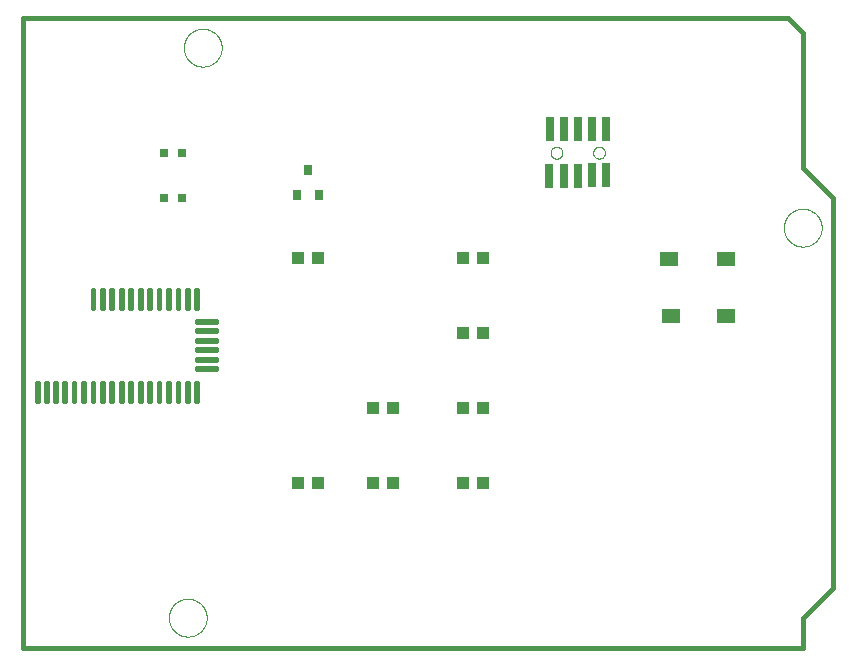
<source format=gtp>
G75*
%MOIN*%
%OFA0B0*%
%FSLAX25Y25*%
%IPPOS*%
%LPD*%
%AMOC8*
5,1,8,0,0,1.08239X$1,22.5*
%
%ADD10C,0.01600*%
%ADD11R,0.03150X0.03543*%
%ADD12R,0.04331X0.03937*%
%ADD13R,0.03150X0.03150*%
%ADD14R,0.02500X0.08000*%
%ADD15C,0.00000*%
%ADD16R,0.06102X0.04724*%
%ADD17C,0.01378*%
D10*
X0027000Y0005737D02*
X0027000Y0215737D01*
X0282000Y0215737D01*
X0287000Y0210737D01*
X0287000Y0165737D01*
X0297000Y0155737D01*
X0297000Y0025737D01*
X0287000Y0015737D01*
X0287000Y0005737D01*
X0027000Y0005737D01*
D11*
X0118260Y0156800D03*
X0125740Y0156800D03*
X0122000Y0165068D03*
D12*
X0118654Y0135737D03*
X0125346Y0135737D03*
X0173654Y0135737D03*
X0180346Y0135737D03*
X0180346Y0110737D03*
X0173654Y0110737D03*
X0173654Y0085737D03*
X0180346Y0085737D03*
X0150346Y0085737D03*
X0143654Y0085737D03*
X0143654Y0060737D03*
X0150346Y0060737D03*
X0173654Y0060737D03*
X0180346Y0060737D03*
X0125346Y0060737D03*
X0118654Y0060737D03*
D13*
X0079953Y0155737D03*
X0074047Y0155737D03*
X0074047Y0170737D03*
X0079953Y0170737D03*
D14*
X0202551Y0163060D03*
X0207276Y0163060D03*
X0212000Y0163060D03*
X0216724Y0163257D03*
X0221449Y0163257D03*
X0221449Y0178611D03*
X0216724Y0178611D03*
X0212000Y0178611D03*
X0207276Y0178611D03*
X0202748Y0178611D03*
D15*
X0027000Y0215737D02*
X0027000Y0005737D01*
X0287000Y0005737D01*
X0287000Y0015737D01*
X0297000Y0025737D01*
X0297000Y0154737D01*
X0287000Y0164737D01*
X0287000Y0209737D01*
X0281000Y0215737D01*
X0027000Y0215737D01*
X0080701Y0205737D02*
X0080703Y0205895D01*
X0080709Y0206053D01*
X0080719Y0206211D01*
X0080733Y0206369D01*
X0080751Y0206526D01*
X0080772Y0206683D01*
X0080798Y0206839D01*
X0080828Y0206995D01*
X0080861Y0207150D01*
X0080899Y0207303D01*
X0080940Y0207456D01*
X0080985Y0207608D01*
X0081034Y0207759D01*
X0081087Y0207908D01*
X0081143Y0208056D01*
X0081203Y0208202D01*
X0081267Y0208347D01*
X0081335Y0208490D01*
X0081406Y0208632D01*
X0081480Y0208772D01*
X0081558Y0208909D01*
X0081640Y0209045D01*
X0081724Y0209179D01*
X0081813Y0209310D01*
X0081904Y0209439D01*
X0081999Y0209566D01*
X0082096Y0209691D01*
X0082197Y0209813D01*
X0082301Y0209932D01*
X0082408Y0210049D01*
X0082518Y0210163D01*
X0082631Y0210274D01*
X0082746Y0210383D01*
X0082864Y0210488D01*
X0082985Y0210590D01*
X0083108Y0210690D01*
X0083234Y0210786D01*
X0083362Y0210879D01*
X0083492Y0210969D01*
X0083625Y0211055D01*
X0083760Y0211139D01*
X0083896Y0211218D01*
X0084035Y0211295D01*
X0084176Y0211367D01*
X0084318Y0211437D01*
X0084462Y0211502D01*
X0084608Y0211564D01*
X0084755Y0211622D01*
X0084904Y0211677D01*
X0085054Y0211728D01*
X0085205Y0211775D01*
X0085357Y0211818D01*
X0085510Y0211857D01*
X0085665Y0211893D01*
X0085820Y0211924D01*
X0085976Y0211952D01*
X0086132Y0211976D01*
X0086289Y0211996D01*
X0086447Y0212012D01*
X0086604Y0212024D01*
X0086763Y0212032D01*
X0086921Y0212036D01*
X0087079Y0212036D01*
X0087237Y0212032D01*
X0087396Y0212024D01*
X0087553Y0212012D01*
X0087711Y0211996D01*
X0087868Y0211976D01*
X0088024Y0211952D01*
X0088180Y0211924D01*
X0088335Y0211893D01*
X0088490Y0211857D01*
X0088643Y0211818D01*
X0088795Y0211775D01*
X0088946Y0211728D01*
X0089096Y0211677D01*
X0089245Y0211622D01*
X0089392Y0211564D01*
X0089538Y0211502D01*
X0089682Y0211437D01*
X0089824Y0211367D01*
X0089965Y0211295D01*
X0090104Y0211218D01*
X0090240Y0211139D01*
X0090375Y0211055D01*
X0090508Y0210969D01*
X0090638Y0210879D01*
X0090766Y0210786D01*
X0090892Y0210690D01*
X0091015Y0210590D01*
X0091136Y0210488D01*
X0091254Y0210383D01*
X0091369Y0210274D01*
X0091482Y0210163D01*
X0091592Y0210049D01*
X0091699Y0209932D01*
X0091803Y0209813D01*
X0091904Y0209691D01*
X0092001Y0209566D01*
X0092096Y0209439D01*
X0092187Y0209310D01*
X0092276Y0209179D01*
X0092360Y0209045D01*
X0092442Y0208909D01*
X0092520Y0208772D01*
X0092594Y0208632D01*
X0092665Y0208490D01*
X0092733Y0208347D01*
X0092797Y0208202D01*
X0092857Y0208056D01*
X0092913Y0207908D01*
X0092966Y0207759D01*
X0093015Y0207608D01*
X0093060Y0207456D01*
X0093101Y0207303D01*
X0093139Y0207150D01*
X0093172Y0206995D01*
X0093202Y0206839D01*
X0093228Y0206683D01*
X0093249Y0206526D01*
X0093267Y0206369D01*
X0093281Y0206211D01*
X0093291Y0206053D01*
X0093297Y0205895D01*
X0093299Y0205737D01*
X0093297Y0205579D01*
X0093291Y0205421D01*
X0093281Y0205263D01*
X0093267Y0205105D01*
X0093249Y0204948D01*
X0093228Y0204791D01*
X0093202Y0204635D01*
X0093172Y0204479D01*
X0093139Y0204324D01*
X0093101Y0204171D01*
X0093060Y0204018D01*
X0093015Y0203866D01*
X0092966Y0203715D01*
X0092913Y0203566D01*
X0092857Y0203418D01*
X0092797Y0203272D01*
X0092733Y0203127D01*
X0092665Y0202984D01*
X0092594Y0202842D01*
X0092520Y0202702D01*
X0092442Y0202565D01*
X0092360Y0202429D01*
X0092276Y0202295D01*
X0092187Y0202164D01*
X0092096Y0202035D01*
X0092001Y0201908D01*
X0091904Y0201783D01*
X0091803Y0201661D01*
X0091699Y0201542D01*
X0091592Y0201425D01*
X0091482Y0201311D01*
X0091369Y0201200D01*
X0091254Y0201091D01*
X0091136Y0200986D01*
X0091015Y0200884D01*
X0090892Y0200784D01*
X0090766Y0200688D01*
X0090638Y0200595D01*
X0090508Y0200505D01*
X0090375Y0200419D01*
X0090240Y0200335D01*
X0090104Y0200256D01*
X0089965Y0200179D01*
X0089824Y0200107D01*
X0089682Y0200037D01*
X0089538Y0199972D01*
X0089392Y0199910D01*
X0089245Y0199852D01*
X0089096Y0199797D01*
X0088946Y0199746D01*
X0088795Y0199699D01*
X0088643Y0199656D01*
X0088490Y0199617D01*
X0088335Y0199581D01*
X0088180Y0199550D01*
X0088024Y0199522D01*
X0087868Y0199498D01*
X0087711Y0199478D01*
X0087553Y0199462D01*
X0087396Y0199450D01*
X0087237Y0199442D01*
X0087079Y0199438D01*
X0086921Y0199438D01*
X0086763Y0199442D01*
X0086604Y0199450D01*
X0086447Y0199462D01*
X0086289Y0199478D01*
X0086132Y0199498D01*
X0085976Y0199522D01*
X0085820Y0199550D01*
X0085665Y0199581D01*
X0085510Y0199617D01*
X0085357Y0199656D01*
X0085205Y0199699D01*
X0085054Y0199746D01*
X0084904Y0199797D01*
X0084755Y0199852D01*
X0084608Y0199910D01*
X0084462Y0199972D01*
X0084318Y0200037D01*
X0084176Y0200107D01*
X0084035Y0200179D01*
X0083896Y0200256D01*
X0083760Y0200335D01*
X0083625Y0200419D01*
X0083492Y0200505D01*
X0083362Y0200595D01*
X0083234Y0200688D01*
X0083108Y0200784D01*
X0082985Y0200884D01*
X0082864Y0200986D01*
X0082746Y0201091D01*
X0082631Y0201200D01*
X0082518Y0201311D01*
X0082408Y0201425D01*
X0082301Y0201542D01*
X0082197Y0201661D01*
X0082096Y0201783D01*
X0081999Y0201908D01*
X0081904Y0202035D01*
X0081813Y0202164D01*
X0081724Y0202295D01*
X0081640Y0202429D01*
X0081558Y0202565D01*
X0081480Y0202702D01*
X0081406Y0202842D01*
X0081335Y0202984D01*
X0081267Y0203127D01*
X0081203Y0203272D01*
X0081143Y0203418D01*
X0081087Y0203566D01*
X0081034Y0203715D01*
X0080985Y0203866D01*
X0080940Y0204018D01*
X0080899Y0204171D01*
X0080861Y0204324D01*
X0080828Y0204479D01*
X0080798Y0204635D01*
X0080772Y0204791D01*
X0080751Y0204948D01*
X0080733Y0205105D01*
X0080719Y0205263D01*
X0080709Y0205421D01*
X0080703Y0205579D01*
X0080701Y0205737D01*
X0202944Y0170737D02*
X0202946Y0170825D01*
X0202952Y0170913D01*
X0202962Y0171001D01*
X0202976Y0171089D01*
X0202993Y0171175D01*
X0203015Y0171261D01*
X0203040Y0171345D01*
X0203070Y0171429D01*
X0203102Y0171511D01*
X0203139Y0171591D01*
X0203179Y0171670D01*
X0203223Y0171747D01*
X0203270Y0171822D01*
X0203320Y0171894D01*
X0203374Y0171965D01*
X0203430Y0172032D01*
X0203490Y0172098D01*
X0203552Y0172160D01*
X0203618Y0172220D01*
X0203685Y0172276D01*
X0203756Y0172330D01*
X0203828Y0172380D01*
X0203903Y0172427D01*
X0203980Y0172471D01*
X0204059Y0172511D01*
X0204139Y0172548D01*
X0204221Y0172580D01*
X0204305Y0172610D01*
X0204389Y0172635D01*
X0204475Y0172657D01*
X0204561Y0172674D01*
X0204649Y0172688D01*
X0204737Y0172698D01*
X0204825Y0172704D01*
X0204913Y0172706D01*
X0205001Y0172704D01*
X0205089Y0172698D01*
X0205177Y0172688D01*
X0205265Y0172674D01*
X0205351Y0172657D01*
X0205437Y0172635D01*
X0205521Y0172610D01*
X0205605Y0172580D01*
X0205687Y0172548D01*
X0205767Y0172511D01*
X0205846Y0172471D01*
X0205923Y0172427D01*
X0205998Y0172380D01*
X0206070Y0172330D01*
X0206141Y0172276D01*
X0206208Y0172220D01*
X0206274Y0172160D01*
X0206336Y0172098D01*
X0206396Y0172032D01*
X0206452Y0171965D01*
X0206506Y0171894D01*
X0206556Y0171822D01*
X0206603Y0171747D01*
X0206647Y0171670D01*
X0206687Y0171591D01*
X0206724Y0171511D01*
X0206756Y0171429D01*
X0206786Y0171345D01*
X0206811Y0171261D01*
X0206833Y0171175D01*
X0206850Y0171089D01*
X0206864Y0171001D01*
X0206874Y0170913D01*
X0206880Y0170825D01*
X0206882Y0170737D01*
X0206880Y0170649D01*
X0206874Y0170561D01*
X0206864Y0170473D01*
X0206850Y0170385D01*
X0206833Y0170299D01*
X0206811Y0170213D01*
X0206786Y0170129D01*
X0206756Y0170045D01*
X0206724Y0169963D01*
X0206687Y0169883D01*
X0206647Y0169804D01*
X0206603Y0169727D01*
X0206556Y0169652D01*
X0206506Y0169580D01*
X0206452Y0169509D01*
X0206396Y0169442D01*
X0206336Y0169376D01*
X0206274Y0169314D01*
X0206208Y0169254D01*
X0206141Y0169198D01*
X0206070Y0169144D01*
X0205998Y0169094D01*
X0205923Y0169047D01*
X0205846Y0169003D01*
X0205767Y0168963D01*
X0205687Y0168926D01*
X0205605Y0168894D01*
X0205521Y0168864D01*
X0205437Y0168839D01*
X0205351Y0168817D01*
X0205265Y0168800D01*
X0205177Y0168786D01*
X0205089Y0168776D01*
X0205001Y0168770D01*
X0204913Y0168768D01*
X0204825Y0168770D01*
X0204737Y0168776D01*
X0204649Y0168786D01*
X0204561Y0168800D01*
X0204475Y0168817D01*
X0204389Y0168839D01*
X0204305Y0168864D01*
X0204221Y0168894D01*
X0204139Y0168926D01*
X0204059Y0168963D01*
X0203980Y0169003D01*
X0203903Y0169047D01*
X0203828Y0169094D01*
X0203756Y0169144D01*
X0203685Y0169198D01*
X0203618Y0169254D01*
X0203552Y0169314D01*
X0203490Y0169376D01*
X0203430Y0169442D01*
X0203374Y0169509D01*
X0203320Y0169580D01*
X0203270Y0169652D01*
X0203223Y0169727D01*
X0203179Y0169804D01*
X0203139Y0169883D01*
X0203102Y0169963D01*
X0203070Y0170045D01*
X0203040Y0170129D01*
X0203015Y0170213D01*
X0202993Y0170299D01*
X0202976Y0170385D01*
X0202962Y0170473D01*
X0202952Y0170561D01*
X0202946Y0170649D01*
X0202944Y0170737D01*
X0217118Y0170737D02*
X0217120Y0170825D01*
X0217126Y0170913D01*
X0217136Y0171001D01*
X0217150Y0171089D01*
X0217167Y0171175D01*
X0217189Y0171261D01*
X0217214Y0171345D01*
X0217244Y0171429D01*
X0217276Y0171511D01*
X0217313Y0171591D01*
X0217353Y0171670D01*
X0217397Y0171747D01*
X0217444Y0171822D01*
X0217494Y0171894D01*
X0217548Y0171965D01*
X0217604Y0172032D01*
X0217664Y0172098D01*
X0217726Y0172160D01*
X0217792Y0172220D01*
X0217859Y0172276D01*
X0217930Y0172330D01*
X0218002Y0172380D01*
X0218077Y0172427D01*
X0218154Y0172471D01*
X0218233Y0172511D01*
X0218313Y0172548D01*
X0218395Y0172580D01*
X0218479Y0172610D01*
X0218563Y0172635D01*
X0218649Y0172657D01*
X0218735Y0172674D01*
X0218823Y0172688D01*
X0218911Y0172698D01*
X0218999Y0172704D01*
X0219087Y0172706D01*
X0219175Y0172704D01*
X0219263Y0172698D01*
X0219351Y0172688D01*
X0219439Y0172674D01*
X0219525Y0172657D01*
X0219611Y0172635D01*
X0219695Y0172610D01*
X0219779Y0172580D01*
X0219861Y0172548D01*
X0219941Y0172511D01*
X0220020Y0172471D01*
X0220097Y0172427D01*
X0220172Y0172380D01*
X0220244Y0172330D01*
X0220315Y0172276D01*
X0220382Y0172220D01*
X0220448Y0172160D01*
X0220510Y0172098D01*
X0220570Y0172032D01*
X0220626Y0171965D01*
X0220680Y0171894D01*
X0220730Y0171822D01*
X0220777Y0171747D01*
X0220821Y0171670D01*
X0220861Y0171591D01*
X0220898Y0171511D01*
X0220930Y0171429D01*
X0220960Y0171345D01*
X0220985Y0171261D01*
X0221007Y0171175D01*
X0221024Y0171089D01*
X0221038Y0171001D01*
X0221048Y0170913D01*
X0221054Y0170825D01*
X0221056Y0170737D01*
X0221054Y0170649D01*
X0221048Y0170561D01*
X0221038Y0170473D01*
X0221024Y0170385D01*
X0221007Y0170299D01*
X0220985Y0170213D01*
X0220960Y0170129D01*
X0220930Y0170045D01*
X0220898Y0169963D01*
X0220861Y0169883D01*
X0220821Y0169804D01*
X0220777Y0169727D01*
X0220730Y0169652D01*
X0220680Y0169580D01*
X0220626Y0169509D01*
X0220570Y0169442D01*
X0220510Y0169376D01*
X0220448Y0169314D01*
X0220382Y0169254D01*
X0220315Y0169198D01*
X0220244Y0169144D01*
X0220172Y0169094D01*
X0220097Y0169047D01*
X0220020Y0169003D01*
X0219941Y0168963D01*
X0219861Y0168926D01*
X0219779Y0168894D01*
X0219695Y0168864D01*
X0219611Y0168839D01*
X0219525Y0168817D01*
X0219439Y0168800D01*
X0219351Y0168786D01*
X0219263Y0168776D01*
X0219175Y0168770D01*
X0219087Y0168768D01*
X0218999Y0168770D01*
X0218911Y0168776D01*
X0218823Y0168786D01*
X0218735Y0168800D01*
X0218649Y0168817D01*
X0218563Y0168839D01*
X0218479Y0168864D01*
X0218395Y0168894D01*
X0218313Y0168926D01*
X0218233Y0168963D01*
X0218154Y0169003D01*
X0218077Y0169047D01*
X0218002Y0169094D01*
X0217930Y0169144D01*
X0217859Y0169198D01*
X0217792Y0169254D01*
X0217726Y0169314D01*
X0217664Y0169376D01*
X0217604Y0169442D01*
X0217548Y0169509D01*
X0217494Y0169580D01*
X0217444Y0169652D01*
X0217397Y0169727D01*
X0217353Y0169804D01*
X0217313Y0169883D01*
X0217276Y0169963D01*
X0217244Y0170045D01*
X0217214Y0170129D01*
X0217189Y0170213D01*
X0217167Y0170299D01*
X0217150Y0170385D01*
X0217136Y0170473D01*
X0217126Y0170561D01*
X0217120Y0170649D01*
X0217118Y0170737D01*
X0280701Y0145737D02*
X0280703Y0145895D01*
X0280709Y0146053D01*
X0280719Y0146211D01*
X0280733Y0146369D01*
X0280751Y0146526D01*
X0280772Y0146683D01*
X0280798Y0146839D01*
X0280828Y0146995D01*
X0280861Y0147150D01*
X0280899Y0147303D01*
X0280940Y0147456D01*
X0280985Y0147608D01*
X0281034Y0147759D01*
X0281087Y0147908D01*
X0281143Y0148056D01*
X0281203Y0148202D01*
X0281267Y0148347D01*
X0281335Y0148490D01*
X0281406Y0148632D01*
X0281480Y0148772D01*
X0281558Y0148909D01*
X0281640Y0149045D01*
X0281724Y0149179D01*
X0281813Y0149310D01*
X0281904Y0149439D01*
X0281999Y0149566D01*
X0282096Y0149691D01*
X0282197Y0149813D01*
X0282301Y0149932D01*
X0282408Y0150049D01*
X0282518Y0150163D01*
X0282631Y0150274D01*
X0282746Y0150383D01*
X0282864Y0150488D01*
X0282985Y0150590D01*
X0283108Y0150690D01*
X0283234Y0150786D01*
X0283362Y0150879D01*
X0283492Y0150969D01*
X0283625Y0151055D01*
X0283760Y0151139D01*
X0283896Y0151218D01*
X0284035Y0151295D01*
X0284176Y0151367D01*
X0284318Y0151437D01*
X0284462Y0151502D01*
X0284608Y0151564D01*
X0284755Y0151622D01*
X0284904Y0151677D01*
X0285054Y0151728D01*
X0285205Y0151775D01*
X0285357Y0151818D01*
X0285510Y0151857D01*
X0285665Y0151893D01*
X0285820Y0151924D01*
X0285976Y0151952D01*
X0286132Y0151976D01*
X0286289Y0151996D01*
X0286447Y0152012D01*
X0286604Y0152024D01*
X0286763Y0152032D01*
X0286921Y0152036D01*
X0287079Y0152036D01*
X0287237Y0152032D01*
X0287396Y0152024D01*
X0287553Y0152012D01*
X0287711Y0151996D01*
X0287868Y0151976D01*
X0288024Y0151952D01*
X0288180Y0151924D01*
X0288335Y0151893D01*
X0288490Y0151857D01*
X0288643Y0151818D01*
X0288795Y0151775D01*
X0288946Y0151728D01*
X0289096Y0151677D01*
X0289245Y0151622D01*
X0289392Y0151564D01*
X0289538Y0151502D01*
X0289682Y0151437D01*
X0289824Y0151367D01*
X0289965Y0151295D01*
X0290104Y0151218D01*
X0290240Y0151139D01*
X0290375Y0151055D01*
X0290508Y0150969D01*
X0290638Y0150879D01*
X0290766Y0150786D01*
X0290892Y0150690D01*
X0291015Y0150590D01*
X0291136Y0150488D01*
X0291254Y0150383D01*
X0291369Y0150274D01*
X0291482Y0150163D01*
X0291592Y0150049D01*
X0291699Y0149932D01*
X0291803Y0149813D01*
X0291904Y0149691D01*
X0292001Y0149566D01*
X0292096Y0149439D01*
X0292187Y0149310D01*
X0292276Y0149179D01*
X0292360Y0149045D01*
X0292442Y0148909D01*
X0292520Y0148772D01*
X0292594Y0148632D01*
X0292665Y0148490D01*
X0292733Y0148347D01*
X0292797Y0148202D01*
X0292857Y0148056D01*
X0292913Y0147908D01*
X0292966Y0147759D01*
X0293015Y0147608D01*
X0293060Y0147456D01*
X0293101Y0147303D01*
X0293139Y0147150D01*
X0293172Y0146995D01*
X0293202Y0146839D01*
X0293228Y0146683D01*
X0293249Y0146526D01*
X0293267Y0146369D01*
X0293281Y0146211D01*
X0293291Y0146053D01*
X0293297Y0145895D01*
X0293299Y0145737D01*
X0293297Y0145579D01*
X0293291Y0145421D01*
X0293281Y0145263D01*
X0293267Y0145105D01*
X0293249Y0144948D01*
X0293228Y0144791D01*
X0293202Y0144635D01*
X0293172Y0144479D01*
X0293139Y0144324D01*
X0293101Y0144171D01*
X0293060Y0144018D01*
X0293015Y0143866D01*
X0292966Y0143715D01*
X0292913Y0143566D01*
X0292857Y0143418D01*
X0292797Y0143272D01*
X0292733Y0143127D01*
X0292665Y0142984D01*
X0292594Y0142842D01*
X0292520Y0142702D01*
X0292442Y0142565D01*
X0292360Y0142429D01*
X0292276Y0142295D01*
X0292187Y0142164D01*
X0292096Y0142035D01*
X0292001Y0141908D01*
X0291904Y0141783D01*
X0291803Y0141661D01*
X0291699Y0141542D01*
X0291592Y0141425D01*
X0291482Y0141311D01*
X0291369Y0141200D01*
X0291254Y0141091D01*
X0291136Y0140986D01*
X0291015Y0140884D01*
X0290892Y0140784D01*
X0290766Y0140688D01*
X0290638Y0140595D01*
X0290508Y0140505D01*
X0290375Y0140419D01*
X0290240Y0140335D01*
X0290104Y0140256D01*
X0289965Y0140179D01*
X0289824Y0140107D01*
X0289682Y0140037D01*
X0289538Y0139972D01*
X0289392Y0139910D01*
X0289245Y0139852D01*
X0289096Y0139797D01*
X0288946Y0139746D01*
X0288795Y0139699D01*
X0288643Y0139656D01*
X0288490Y0139617D01*
X0288335Y0139581D01*
X0288180Y0139550D01*
X0288024Y0139522D01*
X0287868Y0139498D01*
X0287711Y0139478D01*
X0287553Y0139462D01*
X0287396Y0139450D01*
X0287237Y0139442D01*
X0287079Y0139438D01*
X0286921Y0139438D01*
X0286763Y0139442D01*
X0286604Y0139450D01*
X0286447Y0139462D01*
X0286289Y0139478D01*
X0286132Y0139498D01*
X0285976Y0139522D01*
X0285820Y0139550D01*
X0285665Y0139581D01*
X0285510Y0139617D01*
X0285357Y0139656D01*
X0285205Y0139699D01*
X0285054Y0139746D01*
X0284904Y0139797D01*
X0284755Y0139852D01*
X0284608Y0139910D01*
X0284462Y0139972D01*
X0284318Y0140037D01*
X0284176Y0140107D01*
X0284035Y0140179D01*
X0283896Y0140256D01*
X0283760Y0140335D01*
X0283625Y0140419D01*
X0283492Y0140505D01*
X0283362Y0140595D01*
X0283234Y0140688D01*
X0283108Y0140784D01*
X0282985Y0140884D01*
X0282864Y0140986D01*
X0282746Y0141091D01*
X0282631Y0141200D01*
X0282518Y0141311D01*
X0282408Y0141425D01*
X0282301Y0141542D01*
X0282197Y0141661D01*
X0282096Y0141783D01*
X0281999Y0141908D01*
X0281904Y0142035D01*
X0281813Y0142164D01*
X0281724Y0142295D01*
X0281640Y0142429D01*
X0281558Y0142565D01*
X0281480Y0142702D01*
X0281406Y0142842D01*
X0281335Y0142984D01*
X0281267Y0143127D01*
X0281203Y0143272D01*
X0281143Y0143418D01*
X0281087Y0143566D01*
X0281034Y0143715D01*
X0280985Y0143866D01*
X0280940Y0144018D01*
X0280899Y0144171D01*
X0280861Y0144324D01*
X0280828Y0144479D01*
X0280798Y0144635D01*
X0280772Y0144791D01*
X0280751Y0144948D01*
X0280733Y0145105D01*
X0280719Y0145263D01*
X0280709Y0145421D01*
X0280703Y0145579D01*
X0280701Y0145737D01*
X0075701Y0015737D02*
X0075703Y0015895D01*
X0075709Y0016053D01*
X0075719Y0016211D01*
X0075733Y0016369D01*
X0075751Y0016526D01*
X0075772Y0016683D01*
X0075798Y0016839D01*
X0075828Y0016995D01*
X0075861Y0017150D01*
X0075899Y0017303D01*
X0075940Y0017456D01*
X0075985Y0017608D01*
X0076034Y0017759D01*
X0076087Y0017908D01*
X0076143Y0018056D01*
X0076203Y0018202D01*
X0076267Y0018347D01*
X0076335Y0018490D01*
X0076406Y0018632D01*
X0076480Y0018772D01*
X0076558Y0018909D01*
X0076640Y0019045D01*
X0076724Y0019179D01*
X0076813Y0019310D01*
X0076904Y0019439D01*
X0076999Y0019566D01*
X0077096Y0019691D01*
X0077197Y0019813D01*
X0077301Y0019932D01*
X0077408Y0020049D01*
X0077518Y0020163D01*
X0077631Y0020274D01*
X0077746Y0020383D01*
X0077864Y0020488D01*
X0077985Y0020590D01*
X0078108Y0020690D01*
X0078234Y0020786D01*
X0078362Y0020879D01*
X0078492Y0020969D01*
X0078625Y0021055D01*
X0078760Y0021139D01*
X0078896Y0021218D01*
X0079035Y0021295D01*
X0079176Y0021367D01*
X0079318Y0021437D01*
X0079462Y0021502D01*
X0079608Y0021564D01*
X0079755Y0021622D01*
X0079904Y0021677D01*
X0080054Y0021728D01*
X0080205Y0021775D01*
X0080357Y0021818D01*
X0080510Y0021857D01*
X0080665Y0021893D01*
X0080820Y0021924D01*
X0080976Y0021952D01*
X0081132Y0021976D01*
X0081289Y0021996D01*
X0081447Y0022012D01*
X0081604Y0022024D01*
X0081763Y0022032D01*
X0081921Y0022036D01*
X0082079Y0022036D01*
X0082237Y0022032D01*
X0082396Y0022024D01*
X0082553Y0022012D01*
X0082711Y0021996D01*
X0082868Y0021976D01*
X0083024Y0021952D01*
X0083180Y0021924D01*
X0083335Y0021893D01*
X0083490Y0021857D01*
X0083643Y0021818D01*
X0083795Y0021775D01*
X0083946Y0021728D01*
X0084096Y0021677D01*
X0084245Y0021622D01*
X0084392Y0021564D01*
X0084538Y0021502D01*
X0084682Y0021437D01*
X0084824Y0021367D01*
X0084965Y0021295D01*
X0085104Y0021218D01*
X0085240Y0021139D01*
X0085375Y0021055D01*
X0085508Y0020969D01*
X0085638Y0020879D01*
X0085766Y0020786D01*
X0085892Y0020690D01*
X0086015Y0020590D01*
X0086136Y0020488D01*
X0086254Y0020383D01*
X0086369Y0020274D01*
X0086482Y0020163D01*
X0086592Y0020049D01*
X0086699Y0019932D01*
X0086803Y0019813D01*
X0086904Y0019691D01*
X0087001Y0019566D01*
X0087096Y0019439D01*
X0087187Y0019310D01*
X0087276Y0019179D01*
X0087360Y0019045D01*
X0087442Y0018909D01*
X0087520Y0018772D01*
X0087594Y0018632D01*
X0087665Y0018490D01*
X0087733Y0018347D01*
X0087797Y0018202D01*
X0087857Y0018056D01*
X0087913Y0017908D01*
X0087966Y0017759D01*
X0088015Y0017608D01*
X0088060Y0017456D01*
X0088101Y0017303D01*
X0088139Y0017150D01*
X0088172Y0016995D01*
X0088202Y0016839D01*
X0088228Y0016683D01*
X0088249Y0016526D01*
X0088267Y0016369D01*
X0088281Y0016211D01*
X0088291Y0016053D01*
X0088297Y0015895D01*
X0088299Y0015737D01*
X0088297Y0015579D01*
X0088291Y0015421D01*
X0088281Y0015263D01*
X0088267Y0015105D01*
X0088249Y0014948D01*
X0088228Y0014791D01*
X0088202Y0014635D01*
X0088172Y0014479D01*
X0088139Y0014324D01*
X0088101Y0014171D01*
X0088060Y0014018D01*
X0088015Y0013866D01*
X0087966Y0013715D01*
X0087913Y0013566D01*
X0087857Y0013418D01*
X0087797Y0013272D01*
X0087733Y0013127D01*
X0087665Y0012984D01*
X0087594Y0012842D01*
X0087520Y0012702D01*
X0087442Y0012565D01*
X0087360Y0012429D01*
X0087276Y0012295D01*
X0087187Y0012164D01*
X0087096Y0012035D01*
X0087001Y0011908D01*
X0086904Y0011783D01*
X0086803Y0011661D01*
X0086699Y0011542D01*
X0086592Y0011425D01*
X0086482Y0011311D01*
X0086369Y0011200D01*
X0086254Y0011091D01*
X0086136Y0010986D01*
X0086015Y0010884D01*
X0085892Y0010784D01*
X0085766Y0010688D01*
X0085638Y0010595D01*
X0085508Y0010505D01*
X0085375Y0010419D01*
X0085240Y0010335D01*
X0085104Y0010256D01*
X0084965Y0010179D01*
X0084824Y0010107D01*
X0084682Y0010037D01*
X0084538Y0009972D01*
X0084392Y0009910D01*
X0084245Y0009852D01*
X0084096Y0009797D01*
X0083946Y0009746D01*
X0083795Y0009699D01*
X0083643Y0009656D01*
X0083490Y0009617D01*
X0083335Y0009581D01*
X0083180Y0009550D01*
X0083024Y0009522D01*
X0082868Y0009498D01*
X0082711Y0009478D01*
X0082553Y0009462D01*
X0082396Y0009450D01*
X0082237Y0009442D01*
X0082079Y0009438D01*
X0081921Y0009438D01*
X0081763Y0009442D01*
X0081604Y0009450D01*
X0081447Y0009462D01*
X0081289Y0009478D01*
X0081132Y0009498D01*
X0080976Y0009522D01*
X0080820Y0009550D01*
X0080665Y0009581D01*
X0080510Y0009617D01*
X0080357Y0009656D01*
X0080205Y0009699D01*
X0080054Y0009746D01*
X0079904Y0009797D01*
X0079755Y0009852D01*
X0079608Y0009910D01*
X0079462Y0009972D01*
X0079318Y0010037D01*
X0079176Y0010107D01*
X0079035Y0010179D01*
X0078896Y0010256D01*
X0078760Y0010335D01*
X0078625Y0010419D01*
X0078492Y0010505D01*
X0078362Y0010595D01*
X0078234Y0010688D01*
X0078108Y0010784D01*
X0077985Y0010884D01*
X0077864Y0010986D01*
X0077746Y0011091D01*
X0077631Y0011200D01*
X0077518Y0011311D01*
X0077408Y0011425D01*
X0077301Y0011542D01*
X0077197Y0011661D01*
X0077096Y0011783D01*
X0076999Y0011908D01*
X0076904Y0012035D01*
X0076813Y0012164D01*
X0076724Y0012295D01*
X0076640Y0012429D01*
X0076558Y0012565D01*
X0076480Y0012702D01*
X0076406Y0012842D01*
X0076335Y0012984D01*
X0076267Y0013127D01*
X0076203Y0013272D01*
X0076143Y0013418D01*
X0076087Y0013566D01*
X0076034Y0013715D01*
X0075985Y0013866D01*
X0075940Y0014018D01*
X0075899Y0014171D01*
X0075861Y0014324D01*
X0075828Y0014479D01*
X0075798Y0014635D01*
X0075772Y0014791D01*
X0075751Y0014948D01*
X0075733Y0015105D01*
X0075719Y0015263D01*
X0075709Y0015421D01*
X0075703Y0015579D01*
X0075701Y0015737D01*
D16*
X0242945Y0116288D03*
X0261449Y0116288D03*
X0261449Y0135186D03*
X0242551Y0135186D03*
D17*
X0091587Y0114654D02*
X0085091Y0114654D01*
X0091587Y0114654D02*
X0091587Y0114064D01*
X0085091Y0114064D01*
X0085091Y0114654D01*
X0085091Y0111504D02*
X0091587Y0111504D01*
X0091587Y0110914D01*
X0085091Y0110914D01*
X0085091Y0111504D01*
X0085091Y0108355D02*
X0091587Y0108355D01*
X0091587Y0107765D01*
X0085091Y0107765D01*
X0085091Y0108355D01*
X0085091Y0105205D02*
X0091587Y0105205D01*
X0091587Y0104615D01*
X0085091Y0104615D01*
X0085091Y0105205D01*
X0085091Y0102056D02*
X0091587Y0102056D01*
X0091587Y0101466D01*
X0085091Y0101466D01*
X0085091Y0102056D01*
X0085091Y0098906D02*
X0091587Y0098906D01*
X0091587Y0098316D01*
X0085091Y0098316D01*
X0085091Y0098906D01*
X0085484Y0093985D02*
X0085484Y0087489D01*
X0084894Y0087489D01*
X0084894Y0093985D01*
X0085484Y0093985D01*
X0085484Y0088866D02*
X0084894Y0088866D01*
X0084894Y0090243D02*
X0085484Y0090243D01*
X0085484Y0091620D02*
X0084894Y0091620D01*
X0084894Y0092997D02*
X0085484Y0092997D01*
X0082334Y0093985D02*
X0082334Y0087489D01*
X0081744Y0087489D01*
X0081744Y0093985D01*
X0082334Y0093985D01*
X0082334Y0088866D02*
X0081744Y0088866D01*
X0081744Y0090243D02*
X0082334Y0090243D01*
X0082334Y0091620D02*
X0081744Y0091620D01*
X0081744Y0092997D02*
X0082334Y0092997D01*
X0079185Y0093985D02*
X0079185Y0087489D01*
X0078595Y0087489D01*
X0078595Y0093985D01*
X0079185Y0093985D01*
X0079185Y0088866D02*
X0078595Y0088866D01*
X0078595Y0090243D02*
X0079185Y0090243D01*
X0079185Y0091620D02*
X0078595Y0091620D01*
X0078595Y0092997D02*
X0079185Y0092997D01*
X0076035Y0093985D02*
X0076035Y0087489D01*
X0075445Y0087489D01*
X0075445Y0093985D01*
X0076035Y0093985D01*
X0076035Y0088866D02*
X0075445Y0088866D01*
X0075445Y0090243D02*
X0076035Y0090243D01*
X0076035Y0091620D02*
X0075445Y0091620D01*
X0075445Y0092997D02*
X0076035Y0092997D01*
X0072886Y0093985D02*
X0072886Y0087489D01*
X0072296Y0087489D01*
X0072296Y0093985D01*
X0072886Y0093985D01*
X0072886Y0088866D02*
X0072296Y0088866D01*
X0072296Y0090243D02*
X0072886Y0090243D01*
X0072886Y0091620D02*
X0072296Y0091620D01*
X0072296Y0092997D02*
X0072886Y0092997D01*
X0069736Y0093985D02*
X0069736Y0087489D01*
X0069146Y0087489D01*
X0069146Y0093985D01*
X0069736Y0093985D01*
X0069736Y0088866D02*
X0069146Y0088866D01*
X0069146Y0090243D02*
X0069736Y0090243D01*
X0069736Y0091620D02*
X0069146Y0091620D01*
X0069146Y0092997D02*
X0069736Y0092997D01*
X0066586Y0093985D02*
X0066586Y0087489D01*
X0065996Y0087489D01*
X0065996Y0093985D01*
X0066586Y0093985D01*
X0066586Y0088866D02*
X0065996Y0088866D01*
X0065996Y0090243D02*
X0066586Y0090243D01*
X0066586Y0091620D02*
X0065996Y0091620D01*
X0065996Y0092997D02*
X0066586Y0092997D01*
X0063437Y0093985D02*
X0063437Y0087489D01*
X0062847Y0087489D01*
X0062847Y0093985D01*
X0063437Y0093985D01*
X0063437Y0088866D02*
X0062847Y0088866D01*
X0062847Y0090243D02*
X0063437Y0090243D01*
X0063437Y0091620D02*
X0062847Y0091620D01*
X0062847Y0092997D02*
X0063437Y0092997D01*
X0060287Y0093985D02*
X0060287Y0087489D01*
X0059697Y0087489D01*
X0059697Y0093985D01*
X0060287Y0093985D01*
X0060287Y0088866D02*
X0059697Y0088866D01*
X0059697Y0090243D02*
X0060287Y0090243D01*
X0060287Y0091620D02*
X0059697Y0091620D01*
X0059697Y0092997D02*
X0060287Y0092997D01*
X0057138Y0093985D02*
X0057138Y0087489D01*
X0056548Y0087489D01*
X0056548Y0093985D01*
X0057138Y0093985D01*
X0057138Y0088866D02*
X0056548Y0088866D01*
X0056548Y0090243D02*
X0057138Y0090243D01*
X0057138Y0091620D02*
X0056548Y0091620D01*
X0056548Y0092997D02*
X0057138Y0092997D01*
X0053988Y0093985D02*
X0053988Y0087489D01*
X0053398Y0087489D01*
X0053398Y0093985D01*
X0053988Y0093985D01*
X0053988Y0088866D02*
X0053398Y0088866D01*
X0053398Y0090243D02*
X0053988Y0090243D01*
X0053988Y0091620D02*
X0053398Y0091620D01*
X0053398Y0092997D02*
X0053988Y0092997D01*
X0050838Y0093985D02*
X0050838Y0087489D01*
X0050248Y0087489D01*
X0050248Y0093985D01*
X0050838Y0093985D01*
X0050838Y0088866D02*
X0050248Y0088866D01*
X0050248Y0090243D02*
X0050838Y0090243D01*
X0050838Y0091620D02*
X0050248Y0091620D01*
X0050248Y0092997D02*
X0050838Y0092997D01*
X0047689Y0093985D02*
X0047689Y0087489D01*
X0047099Y0087489D01*
X0047099Y0093985D01*
X0047689Y0093985D01*
X0047689Y0088866D02*
X0047099Y0088866D01*
X0047099Y0090243D02*
X0047689Y0090243D01*
X0047689Y0091620D02*
X0047099Y0091620D01*
X0047099Y0092997D02*
X0047689Y0092997D01*
X0044539Y0093985D02*
X0044539Y0087489D01*
X0043949Y0087489D01*
X0043949Y0093985D01*
X0044539Y0093985D01*
X0044539Y0088866D02*
X0043949Y0088866D01*
X0043949Y0090243D02*
X0044539Y0090243D01*
X0044539Y0091620D02*
X0043949Y0091620D01*
X0043949Y0092997D02*
X0044539Y0092997D01*
X0041389Y0093985D02*
X0041389Y0087489D01*
X0040799Y0087489D01*
X0040799Y0093985D01*
X0041389Y0093985D01*
X0041389Y0088866D02*
X0040799Y0088866D01*
X0040799Y0090243D02*
X0041389Y0090243D01*
X0041389Y0091620D02*
X0040799Y0091620D01*
X0040799Y0092997D02*
X0041389Y0092997D01*
X0038358Y0093985D02*
X0038358Y0087489D01*
X0037768Y0087489D01*
X0037768Y0093985D01*
X0038358Y0093985D01*
X0038358Y0088866D02*
X0037768Y0088866D01*
X0037768Y0090243D02*
X0038358Y0090243D01*
X0038358Y0091620D02*
X0037768Y0091620D01*
X0037768Y0092997D02*
X0038358Y0092997D01*
X0035326Y0093985D02*
X0035326Y0087489D01*
X0034736Y0087489D01*
X0034736Y0093985D01*
X0035326Y0093985D01*
X0035326Y0088866D02*
X0034736Y0088866D01*
X0034736Y0090243D02*
X0035326Y0090243D01*
X0035326Y0091620D02*
X0034736Y0091620D01*
X0034736Y0092997D02*
X0035326Y0092997D01*
X0032295Y0093985D02*
X0032295Y0087489D01*
X0031705Y0087489D01*
X0031705Y0093985D01*
X0032295Y0093985D01*
X0032295Y0088866D02*
X0031705Y0088866D01*
X0031705Y0090243D02*
X0032295Y0090243D01*
X0032295Y0091620D02*
X0031705Y0091620D01*
X0031705Y0092997D02*
X0032295Y0092997D01*
X0050838Y0118591D02*
X0050838Y0125087D01*
X0050838Y0118591D02*
X0050248Y0118591D01*
X0050248Y0125087D01*
X0050838Y0125087D01*
X0050838Y0119968D02*
X0050248Y0119968D01*
X0050248Y0121345D02*
X0050838Y0121345D01*
X0050838Y0122722D02*
X0050248Y0122722D01*
X0050248Y0124099D02*
X0050838Y0124099D01*
X0053988Y0125087D02*
X0053988Y0118591D01*
X0053398Y0118591D01*
X0053398Y0125087D01*
X0053988Y0125087D01*
X0053988Y0119968D02*
X0053398Y0119968D01*
X0053398Y0121345D02*
X0053988Y0121345D01*
X0053988Y0122722D02*
X0053398Y0122722D01*
X0053398Y0124099D02*
X0053988Y0124099D01*
X0057138Y0125087D02*
X0057138Y0118591D01*
X0056548Y0118591D01*
X0056548Y0125087D01*
X0057138Y0125087D01*
X0057138Y0119968D02*
X0056548Y0119968D01*
X0056548Y0121345D02*
X0057138Y0121345D01*
X0057138Y0122722D02*
X0056548Y0122722D01*
X0056548Y0124099D02*
X0057138Y0124099D01*
X0060287Y0125087D02*
X0060287Y0118591D01*
X0059697Y0118591D01*
X0059697Y0125087D01*
X0060287Y0125087D01*
X0060287Y0119968D02*
X0059697Y0119968D01*
X0059697Y0121345D02*
X0060287Y0121345D01*
X0060287Y0122722D02*
X0059697Y0122722D01*
X0059697Y0124099D02*
X0060287Y0124099D01*
X0063437Y0125087D02*
X0063437Y0118591D01*
X0062847Y0118591D01*
X0062847Y0125087D01*
X0063437Y0125087D01*
X0063437Y0119968D02*
X0062847Y0119968D01*
X0062847Y0121345D02*
X0063437Y0121345D01*
X0063437Y0122722D02*
X0062847Y0122722D01*
X0062847Y0124099D02*
X0063437Y0124099D01*
X0066586Y0125087D02*
X0066586Y0118591D01*
X0065996Y0118591D01*
X0065996Y0125087D01*
X0066586Y0125087D01*
X0066586Y0119968D02*
X0065996Y0119968D01*
X0065996Y0121345D02*
X0066586Y0121345D01*
X0066586Y0122722D02*
X0065996Y0122722D01*
X0065996Y0124099D02*
X0066586Y0124099D01*
X0069736Y0125087D02*
X0069736Y0118591D01*
X0069146Y0118591D01*
X0069146Y0125087D01*
X0069736Y0125087D01*
X0069736Y0119968D02*
X0069146Y0119968D01*
X0069146Y0121345D02*
X0069736Y0121345D01*
X0069736Y0122722D02*
X0069146Y0122722D01*
X0069146Y0124099D02*
X0069736Y0124099D01*
X0072886Y0125087D02*
X0072886Y0118591D01*
X0072296Y0118591D01*
X0072296Y0125087D01*
X0072886Y0125087D01*
X0072886Y0119968D02*
X0072296Y0119968D01*
X0072296Y0121345D02*
X0072886Y0121345D01*
X0072886Y0122722D02*
X0072296Y0122722D01*
X0072296Y0124099D02*
X0072886Y0124099D01*
X0076035Y0125087D02*
X0076035Y0118591D01*
X0075445Y0118591D01*
X0075445Y0125087D01*
X0076035Y0125087D01*
X0076035Y0119968D02*
X0075445Y0119968D01*
X0075445Y0121345D02*
X0076035Y0121345D01*
X0076035Y0122722D02*
X0075445Y0122722D01*
X0075445Y0124099D02*
X0076035Y0124099D01*
X0079185Y0125087D02*
X0079185Y0118591D01*
X0078595Y0118591D01*
X0078595Y0125087D01*
X0079185Y0125087D01*
X0079185Y0119968D02*
X0078595Y0119968D01*
X0078595Y0121345D02*
X0079185Y0121345D01*
X0079185Y0122722D02*
X0078595Y0122722D01*
X0078595Y0124099D02*
X0079185Y0124099D01*
X0082334Y0125087D02*
X0082334Y0118591D01*
X0081744Y0118591D01*
X0081744Y0125087D01*
X0082334Y0125087D01*
X0082334Y0119968D02*
X0081744Y0119968D01*
X0081744Y0121345D02*
X0082334Y0121345D01*
X0082334Y0122722D02*
X0081744Y0122722D01*
X0081744Y0124099D02*
X0082334Y0124099D01*
X0085484Y0125087D02*
X0085484Y0118591D01*
X0084894Y0118591D01*
X0084894Y0125087D01*
X0085484Y0125087D01*
X0085484Y0119968D02*
X0084894Y0119968D01*
X0084894Y0121345D02*
X0085484Y0121345D01*
X0085484Y0122722D02*
X0084894Y0122722D01*
X0084894Y0124099D02*
X0085484Y0124099D01*
M02*

</source>
